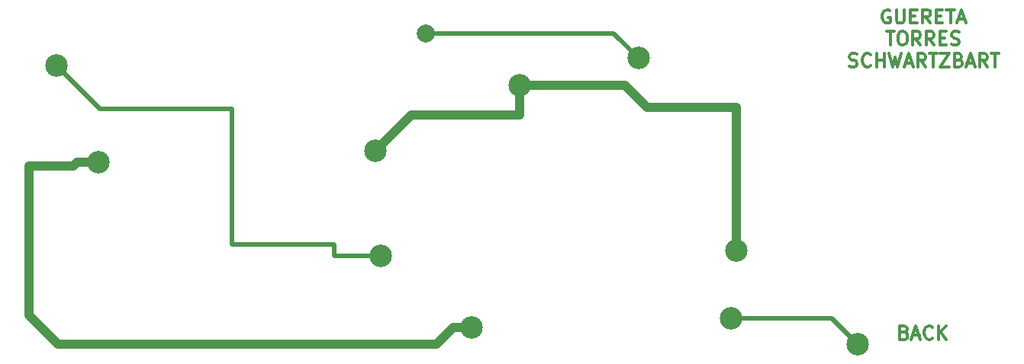
<source format=gbr>
%TF.GenerationSoftware,KiCad,Pcbnew,7.0.2*%
%TF.CreationDate,2023-08-29T00:02:39-03:00*%
%TF.ProjectId,controlRemoto,636f6e74-726f-46c5-9265-6d6f746f2e6b,rev?*%
%TF.SameCoordinates,Original*%
%TF.FileFunction,Copper,L2,Bot*%
%TF.FilePolarity,Positive*%
%FSLAX46Y46*%
G04 Gerber Fmt 4.6, Leading zero omitted, Abs format (unit mm)*
G04 Created by KiCad (PCBNEW 7.0.2) date 2023-08-29 00:02:39*
%MOMM*%
%LPD*%
G01*
G04 APERTURE LIST*
%ADD10C,0.300000*%
%TA.AperFunction,NonConductor*%
%ADD11C,0.300000*%
%TD*%
%TA.AperFunction,ViaPad*%
%ADD12C,2.500000*%
%TD*%
%TA.AperFunction,ViaPad*%
%ADD13C,2.000000*%
%TD*%
%TA.AperFunction,Conductor*%
%ADD14C,0.500000*%
%TD*%
%TA.AperFunction,Conductor*%
%ADD15C,1.000000*%
%TD*%
G04 APERTURE END LIST*
D10*
D11*
X178645714Y-108717857D02*
X178502857Y-108646428D01*
X178502857Y-108646428D02*
X178288571Y-108646428D01*
X178288571Y-108646428D02*
X178074285Y-108717857D01*
X178074285Y-108717857D02*
X177931428Y-108860714D01*
X177931428Y-108860714D02*
X177859999Y-109003571D01*
X177859999Y-109003571D02*
X177788571Y-109289285D01*
X177788571Y-109289285D02*
X177788571Y-109503571D01*
X177788571Y-109503571D02*
X177859999Y-109789285D01*
X177859999Y-109789285D02*
X177931428Y-109932142D01*
X177931428Y-109932142D02*
X178074285Y-110075000D01*
X178074285Y-110075000D02*
X178288571Y-110146428D01*
X178288571Y-110146428D02*
X178431428Y-110146428D01*
X178431428Y-110146428D02*
X178645714Y-110075000D01*
X178645714Y-110075000D02*
X178717142Y-110003571D01*
X178717142Y-110003571D02*
X178717142Y-109503571D01*
X178717142Y-109503571D02*
X178431428Y-109503571D01*
X179359999Y-108646428D02*
X179359999Y-109860714D01*
X179359999Y-109860714D02*
X179431428Y-110003571D01*
X179431428Y-110003571D02*
X179502857Y-110075000D01*
X179502857Y-110075000D02*
X179645714Y-110146428D01*
X179645714Y-110146428D02*
X179931428Y-110146428D01*
X179931428Y-110146428D02*
X180074285Y-110075000D01*
X180074285Y-110075000D02*
X180145714Y-110003571D01*
X180145714Y-110003571D02*
X180217142Y-109860714D01*
X180217142Y-109860714D02*
X180217142Y-108646428D01*
X180931428Y-109360714D02*
X181431428Y-109360714D01*
X181645714Y-110146428D02*
X180931428Y-110146428D01*
X180931428Y-110146428D02*
X180931428Y-108646428D01*
X180931428Y-108646428D02*
X181645714Y-108646428D01*
X183145714Y-110146428D02*
X182645714Y-109432142D01*
X182288571Y-110146428D02*
X182288571Y-108646428D01*
X182288571Y-108646428D02*
X182860000Y-108646428D01*
X182860000Y-108646428D02*
X183002857Y-108717857D01*
X183002857Y-108717857D02*
X183074286Y-108789285D01*
X183074286Y-108789285D02*
X183145714Y-108932142D01*
X183145714Y-108932142D02*
X183145714Y-109146428D01*
X183145714Y-109146428D02*
X183074286Y-109289285D01*
X183074286Y-109289285D02*
X183002857Y-109360714D01*
X183002857Y-109360714D02*
X182860000Y-109432142D01*
X182860000Y-109432142D02*
X182288571Y-109432142D01*
X183788571Y-109360714D02*
X184288571Y-109360714D01*
X184502857Y-110146428D02*
X183788571Y-110146428D01*
X183788571Y-110146428D02*
X183788571Y-108646428D01*
X183788571Y-108646428D02*
X184502857Y-108646428D01*
X184931429Y-108646428D02*
X185788572Y-108646428D01*
X185360000Y-110146428D02*
X185360000Y-108646428D01*
X186217143Y-109717857D02*
X186931429Y-109717857D01*
X186074286Y-110146428D02*
X186574286Y-108646428D01*
X186574286Y-108646428D02*
X187074286Y-110146428D01*
X178252857Y-111076428D02*
X179110000Y-111076428D01*
X178681428Y-112576428D02*
X178681428Y-111076428D01*
X179895714Y-111076428D02*
X180181428Y-111076428D01*
X180181428Y-111076428D02*
X180324285Y-111147857D01*
X180324285Y-111147857D02*
X180467142Y-111290714D01*
X180467142Y-111290714D02*
X180538571Y-111576428D01*
X180538571Y-111576428D02*
X180538571Y-112076428D01*
X180538571Y-112076428D02*
X180467142Y-112362142D01*
X180467142Y-112362142D02*
X180324285Y-112505000D01*
X180324285Y-112505000D02*
X180181428Y-112576428D01*
X180181428Y-112576428D02*
X179895714Y-112576428D01*
X179895714Y-112576428D02*
X179752857Y-112505000D01*
X179752857Y-112505000D02*
X179609999Y-112362142D01*
X179609999Y-112362142D02*
X179538571Y-112076428D01*
X179538571Y-112076428D02*
X179538571Y-111576428D01*
X179538571Y-111576428D02*
X179609999Y-111290714D01*
X179609999Y-111290714D02*
X179752857Y-111147857D01*
X179752857Y-111147857D02*
X179895714Y-111076428D01*
X182038571Y-112576428D02*
X181538571Y-111862142D01*
X181181428Y-112576428D02*
X181181428Y-111076428D01*
X181181428Y-111076428D02*
X181752857Y-111076428D01*
X181752857Y-111076428D02*
X181895714Y-111147857D01*
X181895714Y-111147857D02*
X181967143Y-111219285D01*
X181967143Y-111219285D02*
X182038571Y-111362142D01*
X182038571Y-111362142D02*
X182038571Y-111576428D01*
X182038571Y-111576428D02*
X181967143Y-111719285D01*
X181967143Y-111719285D02*
X181895714Y-111790714D01*
X181895714Y-111790714D02*
X181752857Y-111862142D01*
X181752857Y-111862142D02*
X181181428Y-111862142D01*
X183538571Y-112576428D02*
X183038571Y-111862142D01*
X182681428Y-112576428D02*
X182681428Y-111076428D01*
X182681428Y-111076428D02*
X183252857Y-111076428D01*
X183252857Y-111076428D02*
X183395714Y-111147857D01*
X183395714Y-111147857D02*
X183467143Y-111219285D01*
X183467143Y-111219285D02*
X183538571Y-111362142D01*
X183538571Y-111362142D02*
X183538571Y-111576428D01*
X183538571Y-111576428D02*
X183467143Y-111719285D01*
X183467143Y-111719285D02*
X183395714Y-111790714D01*
X183395714Y-111790714D02*
X183252857Y-111862142D01*
X183252857Y-111862142D02*
X182681428Y-111862142D01*
X184181428Y-111790714D02*
X184681428Y-111790714D01*
X184895714Y-112576428D02*
X184181428Y-112576428D01*
X184181428Y-112576428D02*
X184181428Y-111076428D01*
X184181428Y-111076428D02*
X184895714Y-111076428D01*
X185467143Y-112505000D02*
X185681429Y-112576428D01*
X185681429Y-112576428D02*
X186038571Y-112576428D01*
X186038571Y-112576428D02*
X186181429Y-112505000D01*
X186181429Y-112505000D02*
X186252857Y-112433571D01*
X186252857Y-112433571D02*
X186324286Y-112290714D01*
X186324286Y-112290714D02*
X186324286Y-112147857D01*
X186324286Y-112147857D02*
X186252857Y-112005000D01*
X186252857Y-112005000D02*
X186181429Y-111933571D01*
X186181429Y-111933571D02*
X186038571Y-111862142D01*
X186038571Y-111862142D02*
X185752857Y-111790714D01*
X185752857Y-111790714D02*
X185610000Y-111719285D01*
X185610000Y-111719285D02*
X185538571Y-111647857D01*
X185538571Y-111647857D02*
X185467143Y-111505000D01*
X185467143Y-111505000D02*
X185467143Y-111362142D01*
X185467143Y-111362142D02*
X185538571Y-111219285D01*
X185538571Y-111219285D02*
X185610000Y-111147857D01*
X185610000Y-111147857D02*
X185752857Y-111076428D01*
X185752857Y-111076428D02*
X186110000Y-111076428D01*
X186110000Y-111076428D02*
X186324286Y-111147857D01*
X174145715Y-114935000D02*
X174360001Y-115006428D01*
X174360001Y-115006428D02*
X174717143Y-115006428D01*
X174717143Y-115006428D02*
X174860001Y-114935000D01*
X174860001Y-114935000D02*
X174931429Y-114863571D01*
X174931429Y-114863571D02*
X175002858Y-114720714D01*
X175002858Y-114720714D02*
X175002858Y-114577857D01*
X175002858Y-114577857D02*
X174931429Y-114435000D01*
X174931429Y-114435000D02*
X174860001Y-114363571D01*
X174860001Y-114363571D02*
X174717143Y-114292142D01*
X174717143Y-114292142D02*
X174431429Y-114220714D01*
X174431429Y-114220714D02*
X174288572Y-114149285D01*
X174288572Y-114149285D02*
X174217143Y-114077857D01*
X174217143Y-114077857D02*
X174145715Y-113935000D01*
X174145715Y-113935000D02*
X174145715Y-113792142D01*
X174145715Y-113792142D02*
X174217143Y-113649285D01*
X174217143Y-113649285D02*
X174288572Y-113577857D01*
X174288572Y-113577857D02*
X174431429Y-113506428D01*
X174431429Y-113506428D02*
X174788572Y-113506428D01*
X174788572Y-113506428D02*
X175002858Y-113577857D01*
X176502857Y-114863571D02*
X176431429Y-114935000D01*
X176431429Y-114935000D02*
X176217143Y-115006428D01*
X176217143Y-115006428D02*
X176074286Y-115006428D01*
X176074286Y-115006428D02*
X175860000Y-114935000D01*
X175860000Y-114935000D02*
X175717143Y-114792142D01*
X175717143Y-114792142D02*
X175645714Y-114649285D01*
X175645714Y-114649285D02*
X175574286Y-114363571D01*
X175574286Y-114363571D02*
X175574286Y-114149285D01*
X175574286Y-114149285D02*
X175645714Y-113863571D01*
X175645714Y-113863571D02*
X175717143Y-113720714D01*
X175717143Y-113720714D02*
X175860000Y-113577857D01*
X175860000Y-113577857D02*
X176074286Y-113506428D01*
X176074286Y-113506428D02*
X176217143Y-113506428D01*
X176217143Y-113506428D02*
X176431429Y-113577857D01*
X176431429Y-113577857D02*
X176502857Y-113649285D01*
X177145714Y-115006428D02*
X177145714Y-113506428D01*
X177145714Y-114220714D02*
X178002857Y-114220714D01*
X178002857Y-115006428D02*
X178002857Y-113506428D01*
X178574286Y-113506428D02*
X178931429Y-115006428D01*
X178931429Y-115006428D02*
X179217143Y-113935000D01*
X179217143Y-113935000D02*
X179502858Y-115006428D01*
X179502858Y-115006428D02*
X179860001Y-113506428D01*
X180360001Y-114577857D02*
X181074287Y-114577857D01*
X180217144Y-115006428D02*
X180717144Y-113506428D01*
X180717144Y-113506428D02*
X181217144Y-115006428D01*
X182574286Y-115006428D02*
X182074286Y-114292142D01*
X181717143Y-115006428D02*
X181717143Y-113506428D01*
X181717143Y-113506428D02*
X182288572Y-113506428D01*
X182288572Y-113506428D02*
X182431429Y-113577857D01*
X182431429Y-113577857D02*
X182502858Y-113649285D01*
X182502858Y-113649285D02*
X182574286Y-113792142D01*
X182574286Y-113792142D02*
X182574286Y-114006428D01*
X182574286Y-114006428D02*
X182502858Y-114149285D01*
X182502858Y-114149285D02*
X182431429Y-114220714D01*
X182431429Y-114220714D02*
X182288572Y-114292142D01*
X182288572Y-114292142D02*
X181717143Y-114292142D01*
X183002858Y-113506428D02*
X183860001Y-113506428D01*
X183431429Y-115006428D02*
X183431429Y-113506428D01*
X184217143Y-113506428D02*
X185217143Y-113506428D01*
X185217143Y-113506428D02*
X184217143Y-115006428D01*
X184217143Y-115006428D02*
X185217143Y-115006428D01*
X186288571Y-114220714D02*
X186502857Y-114292142D01*
X186502857Y-114292142D02*
X186574286Y-114363571D01*
X186574286Y-114363571D02*
X186645714Y-114506428D01*
X186645714Y-114506428D02*
X186645714Y-114720714D01*
X186645714Y-114720714D02*
X186574286Y-114863571D01*
X186574286Y-114863571D02*
X186502857Y-114935000D01*
X186502857Y-114935000D02*
X186360000Y-115006428D01*
X186360000Y-115006428D02*
X185788571Y-115006428D01*
X185788571Y-115006428D02*
X185788571Y-113506428D01*
X185788571Y-113506428D02*
X186288571Y-113506428D01*
X186288571Y-113506428D02*
X186431429Y-113577857D01*
X186431429Y-113577857D02*
X186502857Y-113649285D01*
X186502857Y-113649285D02*
X186574286Y-113792142D01*
X186574286Y-113792142D02*
X186574286Y-113935000D01*
X186574286Y-113935000D02*
X186502857Y-114077857D01*
X186502857Y-114077857D02*
X186431429Y-114149285D01*
X186431429Y-114149285D02*
X186288571Y-114220714D01*
X186288571Y-114220714D02*
X185788571Y-114220714D01*
X187217143Y-114577857D02*
X187931429Y-114577857D01*
X187074286Y-115006428D02*
X187574286Y-113506428D01*
X187574286Y-113506428D02*
X188074286Y-115006428D01*
X189431428Y-115006428D02*
X188931428Y-114292142D01*
X188574285Y-115006428D02*
X188574285Y-113506428D01*
X188574285Y-113506428D02*
X189145714Y-113506428D01*
X189145714Y-113506428D02*
X189288571Y-113577857D01*
X189288571Y-113577857D02*
X189360000Y-113649285D01*
X189360000Y-113649285D02*
X189431428Y-113792142D01*
X189431428Y-113792142D02*
X189431428Y-114006428D01*
X189431428Y-114006428D02*
X189360000Y-114149285D01*
X189360000Y-114149285D02*
X189288571Y-114220714D01*
X189288571Y-114220714D02*
X189145714Y-114292142D01*
X189145714Y-114292142D02*
X188574285Y-114292142D01*
X189860000Y-113506428D02*
X190717143Y-113506428D01*
X190288571Y-115006428D02*
X190288571Y-113506428D01*
D10*
D11*
X180247142Y-144500714D02*
X180461428Y-144572142D01*
X180461428Y-144572142D02*
X180532857Y-144643571D01*
X180532857Y-144643571D02*
X180604285Y-144786428D01*
X180604285Y-144786428D02*
X180604285Y-145000714D01*
X180604285Y-145000714D02*
X180532857Y-145143571D01*
X180532857Y-145143571D02*
X180461428Y-145215000D01*
X180461428Y-145215000D02*
X180318571Y-145286428D01*
X180318571Y-145286428D02*
X179747142Y-145286428D01*
X179747142Y-145286428D02*
X179747142Y-143786428D01*
X179747142Y-143786428D02*
X180247142Y-143786428D01*
X180247142Y-143786428D02*
X180390000Y-143857857D01*
X180390000Y-143857857D02*
X180461428Y-143929285D01*
X180461428Y-143929285D02*
X180532857Y-144072142D01*
X180532857Y-144072142D02*
X180532857Y-144215000D01*
X180532857Y-144215000D02*
X180461428Y-144357857D01*
X180461428Y-144357857D02*
X180390000Y-144429285D01*
X180390000Y-144429285D02*
X180247142Y-144500714D01*
X180247142Y-144500714D02*
X179747142Y-144500714D01*
X181175714Y-144857857D02*
X181890000Y-144857857D01*
X181032857Y-145286428D02*
X181532857Y-143786428D01*
X181532857Y-143786428D02*
X182032857Y-145286428D01*
X183389999Y-145143571D02*
X183318571Y-145215000D01*
X183318571Y-145215000D02*
X183104285Y-145286428D01*
X183104285Y-145286428D02*
X182961428Y-145286428D01*
X182961428Y-145286428D02*
X182747142Y-145215000D01*
X182747142Y-145215000D02*
X182604285Y-145072142D01*
X182604285Y-145072142D02*
X182532856Y-144929285D01*
X182532856Y-144929285D02*
X182461428Y-144643571D01*
X182461428Y-144643571D02*
X182461428Y-144429285D01*
X182461428Y-144429285D02*
X182532856Y-144143571D01*
X182532856Y-144143571D02*
X182604285Y-144000714D01*
X182604285Y-144000714D02*
X182747142Y-143857857D01*
X182747142Y-143857857D02*
X182961428Y-143786428D01*
X182961428Y-143786428D02*
X183104285Y-143786428D01*
X183104285Y-143786428D02*
X183318571Y-143857857D01*
X183318571Y-143857857D02*
X183389999Y-143929285D01*
X184032856Y-145286428D02*
X184032856Y-143786428D01*
X184889999Y-145286428D02*
X184247142Y-144429285D01*
X184889999Y-143786428D02*
X184032856Y-144643571D01*
D12*
%TO.N,GND*%
X175100000Y-145820000D03*
X161030000Y-142950000D03*
%TO.N,+3V8*%
X137580000Y-117080000D03*
X161570000Y-135440000D03*
X121550000Y-124340000D03*
%TO.N,3V3*%
X132250000Y-143930000D03*
X90810000Y-125580000D03*
D13*
%TO.N,D12*%
X127180000Y-111279500D03*
D12*
X150740000Y-114000000D03*
%TO.N,D4*%
X86210000Y-114860000D03*
X122190000Y-136000000D03*
%TD*%
D14*
%TO.N,GND*%
X172230000Y-142950000D02*
X175100000Y-145820000D01*
X161030000Y-142950000D02*
X172230000Y-142950000D01*
D15*
%TO.N,+3V8*%
X125540000Y-120350000D02*
X137600000Y-120350000D01*
X137600000Y-120350000D02*
X137600000Y-117100000D01*
X149270000Y-117080000D02*
X137580000Y-117080000D01*
X121550000Y-124340000D02*
X125540000Y-120350000D01*
X161570000Y-119480000D02*
X161580000Y-119470000D01*
X161580000Y-119470000D02*
X151660000Y-119470000D01*
X161570000Y-135440000D02*
X161570000Y-119480000D01*
X151660000Y-119470000D02*
X149270000Y-117080000D01*
X137600000Y-117100000D02*
X137580000Y-117080000D01*
%TO.N,3V3*%
X88050000Y-126020000D02*
X88490000Y-125580000D01*
X128300000Y-145830000D02*
X86350000Y-145830000D01*
X88490000Y-125580000D02*
X90810000Y-125580000D01*
X83110000Y-126020000D02*
X88050000Y-126020000D01*
X130200000Y-143930000D02*
X128300000Y-145830000D01*
X132250000Y-143930000D02*
X130200000Y-143930000D01*
X86350000Y-145830000D02*
X83110000Y-142590000D01*
X83110000Y-142590000D02*
X83110000Y-126020000D01*
D14*
%TO.N,D12*%
X127189500Y-111270000D02*
X148010000Y-111270000D01*
X127180000Y-111279500D02*
X127189500Y-111270000D01*
X148010000Y-111270000D02*
X150740000Y-114000000D01*
%TO.N,D4*%
X117010000Y-134730000D02*
X105630000Y-134730000D01*
X117010000Y-136000000D02*
X117010000Y-134730000D01*
X91020000Y-119670000D02*
X86210000Y-114860000D01*
X105630000Y-134730000D02*
X105630000Y-119670000D01*
X122190000Y-136000000D02*
X117010000Y-136000000D01*
X105630000Y-119670000D02*
X91020000Y-119670000D01*
%TD*%
M02*

</source>
